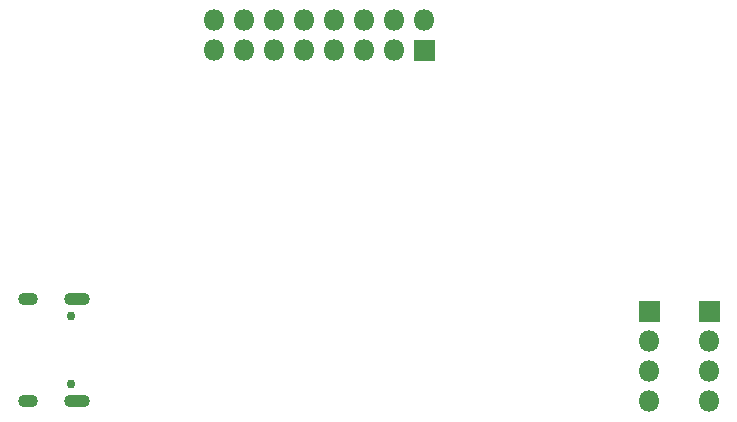
<source format=gbr>
%TF.GenerationSoftware,KiCad,Pcbnew,(5.1.7)-1*%
%TF.CreationDate,2020-10-25T16:34:13+08:00*%
%TF.ProjectId,MuseDash-Peaches2,4d757365-4461-4736-982d-506561636865,rev?*%
%TF.SameCoordinates,Original*%
%TF.FileFunction,Soldermask,Bot*%
%TF.FilePolarity,Negative*%
%FSLAX46Y46*%
G04 Gerber Fmt 4.6, Leading zero omitted, Abs format (unit mm)*
G04 Created by KiCad (PCBNEW (5.1.7)-1) date 2020-10-25 16:34:13*
%MOMM*%
%LPD*%
G01*
G04 APERTURE LIST*
%ADD10O,1.800000X1.800000*%
%ADD11C,0.750000*%
%ADD12O,1.700000X1.100000*%
%ADD13O,2.200000X1.100000*%
G04 APERTURE END LIST*
%TO.C,J3*%
G36*
G01*
X159628000Y-87972000D02*
X159628000Y-86272000D01*
G75*
G02*
X159678000Y-86222000I50000J0D01*
G01*
X161378000Y-86222000D01*
G75*
G02*
X161428000Y-86272000I0J-50000D01*
G01*
X161428000Y-87972000D01*
G75*
G02*
X161378000Y-88022000I-50000J0D01*
G01*
X159678000Y-88022000D01*
G75*
G02*
X159628000Y-87972000I0J50000D01*
G01*
G37*
D10*
X160528000Y-89662000D03*
X160528000Y-92202000D03*
X160528000Y-94742000D03*
%TD*%
%TO.C,J3*%
X155448000Y-94742000D03*
X155448000Y-92202000D03*
X155448000Y-89662000D03*
G36*
G01*
X154548000Y-87972000D02*
X154548000Y-86272000D01*
G75*
G02*
X154598000Y-86222000I50000J0D01*
G01*
X156298000Y-86222000D01*
G75*
G02*
X156348000Y-86272000I0J-50000D01*
G01*
X156348000Y-87972000D01*
G75*
G02*
X156298000Y-88022000I-50000J0D01*
G01*
X154598000Y-88022000D01*
G75*
G02*
X154548000Y-87972000I0J50000D01*
G01*
G37*
%TD*%
%TO.C,J2*%
X118618000Y-62484000D03*
X118618000Y-65024000D03*
X121158000Y-62484000D03*
X121158000Y-65024000D03*
X123698000Y-62484000D03*
X123698000Y-65024000D03*
X126238000Y-62484000D03*
X126238000Y-65024000D03*
X128778000Y-62484000D03*
X128778000Y-65024000D03*
X131318000Y-62484000D03*
X131318000Y-65024000D03*
X133858000Y-62484000D03*
X133858000Y-65024000D03*
X136398000Y-62484000D03*
G36*
G01*
X135548000Y-64124000D02*
X137248000Y-64124000D01*
G75*
G02*
X137298000Y-64174000I0J-50000D01*
G01*
X137298000Y-65874000D01*
G75*
G02*
X137248000Y-65924000I-50000J0D01*
G01*
X135548000Y-65924000D01*
G75*
G02*
X135498000Y-65874000I0J50000D01*
G01*
X135498000Y-64174000D01*
G75*
G02*
X135548000Y-64124000I50000J0D01*
G01*
G37*
%TD*%
D11*
%TO.C,J1*%
X106491000Y-87534000D03*
X106491000Y-93314000D03*
D12*
X102811000Y-94744000D03*
X102811000Y-86104000D03*
D13*
X106991000Y-94744000D03*
X106991000Y-86104000D03*
%TD*%
M02*

</source>
